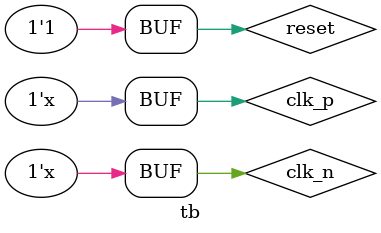
<source format=v>
`timescale 1ns / 1ps

module tb(

    );
    reg   reset = 0;
    wire   clk_n;
    reg   clk_p = 0;
    wire scl,sda;
    top_cpu top_cpu(
    .reset(reset),
    .clk_n(clk_n),
    .clk_p(clk_p),
    .sda(sda),
    .scl(scl)
    );
    i2c_slave_model slave(
    .sda(sda),
    .scl(scl)
    );
    pullup p1(sda);
    pullup p2(scl);
    always #10 clk_p = ~clk_p;
    assign clk_n = ~clk_p;
    initial begin
       reset = 0;
       #100;
       reset = 1; 
    end
    
endmodule

</source>
